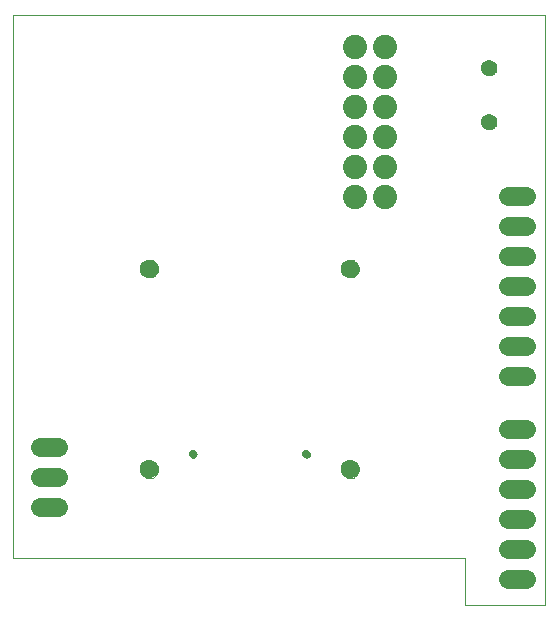
<source format=gbs>
G75*
G70*
%OFA0B0*%
%FSLAX24Y24*%
%IPPOS*%
%LPD*%
%AMOC8*
5,1,8,0,0,1.08239X$1,22.5*
%
%ADD10C,0.0010*%
%ADD11C,0.0000*%
%ADD12C,0.0631*%
%ADD13C,0.0640*%
%ADD14C,0.0808*%
%ADD15C,0.0540*%
%ADD16C,0.0276*%
D10*
X000290Y001875D02*
X000290Y019985D01*
X018006Y019985D01*
D11*
X015329Y001875D02*
X000290Y001875D01*
X004522Y004828D02*
X004524Y004862D01*
X004530Y004896D01*
X004540Y004929D01*
X004553Y004960D01*
X004571Y004990D01*
X004591Y005018D01*
X004615Y005043D01*
X004641Y005065D01*
X004669Y005083D01*
X004700Y005099D01*
X004732Y005111D01*
X004766Y005119D01*
X004800Y005123D01*
X004834Y005123D01*
X004868Y005119D01*
X004902Y005111D01*
X004934Y005099D01*
X004964Y005083D01*
X004993Y005065D01*
X005019Y005043D01*
X005043Y005018D01*
X005063Y004990D01*
X005081Y004960D01*
X005094Y004929D01*
X005104Y004896D01*
X005110Y004862D01*
X005112Y004828D01*
X005110Y004794D01*
X005104Y004760D01*
X005094Y004727D01*
X005081Y004696D01*
X005063Y004666D01*
X005043Y004638D01*
X005019Y004613D01*
X004993Y004591D01*
X004965Y004573D01*
X004934Y004557D01*
X004902Y004545D01*
X004868Y004537D01*
X004834Y004533D01*
X004800Y004533D01*
X004766Y004537D01*
X004732Y004545D01*
X004700Y004557D01*
X004669Y004573D01*
X004641Y004591D01*
X004615Y004613D01*
X004591Y004638D01*
X004571Y004666D01*
X004553Y004696D01*
X004540Y004727D01*
X004530Y004760D01*
X004524Y004794D01*
X004522Y004828D01*
X006156Y005339D02*
X006158Y005360D01*
X006164Y005380D01*
X006173Y005400D01*
X006185Y005417D01*
X006200Y005431D01*
X006218Y005443D01*
X006238Y005451D01*
X006258Y005456D01*
X006279Y005457D01*
X006300Y005454D01*
X006320Y005448D01*
X006339Y005437D01*
X006356Y005424D01*
X006369Y005408D01*
X006380Y005390D01*
X006388Y005370D01*
X006392Y005350D01*
X006392Y005328D01*
X006388Y005308D01*
X006380Y005288D01*
X006369Y005270D01*
X006356Y005254D01*
X006339Y005241D01*
X006320Y005230D01*
X006300Y005224D01*
X006279Y005221D01*
X006258Y005222D01*
X006238Y005227D01*
X006218Y005235D01*
X006200Y005247D01*
X006185Y005261D01*
X006173Y005278D01*
X006164Y005298D01*
X006158Y005318D01*
X006156Y005339D01*
X009936Y005339D02*
X009938Y005360D01*
X009944Y005380D01*
X009953Y005400D01*
X009965Y005417D01*
X009980Y005431D01*
X009998Y005443D01*
X010018Y005451D01*
X010038Y005456D01*
X010059Y005457D01*
X010080Y005454D01*
X010100Y005448D01*
X010119Y005437D01*
X010136Y005424D01*
X010149Y005408D01*
X010160Y005390D01*
X010168Y005370D01*
X010172Y005350D01*
X010172Y005328D01*
X010168Y005308D01*
X010160Y005288D01*
X010149Y005270D01*
X010136Y005254D01*
X010119Y005241D01*
X010100Y005230D01*
X010080Y005224D01*
X010059Y005221D01*
X010038Y005222D01*
X010018Y005227D01*
X009998Y005235D01*
X009980Y005247D01*
X009965Y005261D01*
X009953Y005278D01*
X009944Y005298D01*
X009938Y005318D01*
X009936Y005339D01*
X011215Y004828D02*
X011217Y004862D01*
X011223Y004896D01*
X011233Y004929D01*
X011246Y004960D01*
X011264Y004990D01*
X011284Y005018D01*
X011308Y005043D01*
X011334Y005065D01*
X011362Y005083D01*
X011393Y005099D01*
X011425Y005111D01*
X011459Y005119D01*
X011493Y005123D01*
X011527Y005123D01*
X011561Y005119D01*
X011595Y005111D01*
X011627Y005099D01*
X011657Y005083D01*
X011686Y005065D01*
X011712Y005043D01*
X011736Y005018D01*
X011756Y004990D01*
X011774Y004960D01*
X011787Y004929D01*
X011797Y004896D01*
X011803Y004862D01*
X011805Y004828D01*
X011803Y004794D01*
X011797Y004760D01*
X011787Y004727D01*
X011774Y004696D01*
X011756Y004666D01*
X011736Y004638D01*
X011712Y004613D01*
X011686Y004591D01*
X011658Y004573D01*
X011627Y004557D01*
X011595Y004545D01*
X011561Y004537D01*
X011527Y004533D01*
X011493Y004533D01*
X011459Y004537D01*
X011425Y004545D01*
X011393Y004557D01*
X011362Y004573D01*
X011334Y004591D01*
X011308Y004613D01*
X011284Y004638D01*
X011264Y004666D01*
X011246Y004696D01*
X011233Y004727D01*
X011223Y004760D01*
X011217Y004794D01*
X011215Y004828D01*
X015329Y001875D02*
X015329Y000300D01*
X018006Y000300D01*
X018006Y019985D01*
X015891Y018208D02*
X015893Y018239D01*
X015899Y018270D01*
X015909Y018300D01*
X015922Y018328D01*
X015939Y018355D01*
X015959Y018379D01*
X015982Y018401D01*
X016007Y018419D01*
X016035Y018434D01*
X016064Y018446D01*
X016094Y018454D01*
X016125Y018458D01*
X016157Y018458D01*
X016188Y018454D01*
X016218Y018446D01*
X016247Y018434D01*
X016275Y018419D01*
X016300Y018401D01*
X016323Y018379D01*
X016343Y018355D01*
X016360Y018328D01*
X016373Y018300D01*
X016383Y018270D01*
X016389Y018239D01*
X016391Y018208D01*
X016389Y018177D01*
X016383Y018146D01*
X016373Y018116D01*
X016360Y018088D01*
X016343Y018061D01*
X016323Y018037D01*
X016300Y018015D01*
X016275Y017997D01*
X016247Y017982D01*
X016218Y017970D01*
X016188Y017962D01*
X016157Y017958D01*
X016125Y017958D01*
X016094Y017962D01*
X016064Y017970D01*
X016035Y017982D01*
X016007Y017997D01*
X015982Y018015D01*
X015959Y018037D01*
X015939Y018061D01*
X015922Y018088D01*
X015909Y018116D01*
X015899Y018146D01*
X015893Y018177D01*
X015891Y018208D01*
X015891Y016408D02*
X015893Y016439D01*
X015899Y016470D01*
X015909Y016500D01*
X015922Y016528D01*
X015939Y016555D01*
X015959Y016579D01*
X015982Y016601D01*
X016007Y016619D01*
X016035Y016634D01*
X016064Y016646D01*
X016094Y016654D01*
X016125Y016658D01*
X016157Y016658D01*
X016188Y016654D01*
X016218Y016646D01*
X016247Y016634D01*
X016275Y016619D01*
X016300Y016601D01*
X016323Y016579D01*
X016343Y016555D01*
X016360Y016528D01*
X016373Y016500D01*
X016383Y016470D01*
X016389Y016439D01*
X016391Y016408D01*
X016389Y016377D01*
X016383Y016346D01*
X016373Y016316D01*
X016360Y016288D01*
X016343Y016261D01*
X016323Y016237D01*
X016300Y016215D01*
X016275Y016197D01*
X016247Y016182D01*
X016218Y016170D01*
X016188Y016162D01*
X016157Y016158D01*
X016125Y016158D01*
X016094Y016162D01*
X016064Y016170D01*
X016035Y016182D01*
X016007Y016197D01*
X015982Y016215D01*
X015959Y016237D01*
X015939Y016261D01*
X015922Y016288D01*
X015909Y016316D01*
X015899Y016346D01*
X015893Y016377D01*
X015891Y016408D01*
X011215Y011520D02*
X011217Y011554D01*
X011223Y011588D01*
X011233Y011621D01*
X011246Y011652D01*
X011264Y011682D01*
X011284Y011710D01*
X011308Y011735D01*
X011334Y011757D01*
X011362Y011775D01*
X011393Y011791D01*
X011425Y011803D01*
X011459Y011811D01*
X011493Y011815D01*
X011527Y011815D01*
X011561Y011811D01*
X011595Y011803D01*
X011627Y011791D01*
X011657Y011775D01*
X011686Y011757D01*
X011712Y011735D01*
X011736Y011710D01*
X011756Y011682D01*
X011774Y011652D01*
X011787Y011621D01*
X011797Y011588D01*
X011803Y011554D01*
X011805Y011520D01*
X011803Y011486D01*
X011797Y011452D01*
X011787Y011419D01*
X011774Y011388D01*
X011756Y011358D01*
X011736Y011330D01*
X011712Y011305D01*
X011686Y011283D01*
X011658Y011265D01*
X011627Y011249D01*
X011595Y011237D01*
X011561Y011229D01*
X011527Y011225D01*
X011493Y011225D01*
X011459Y011229D01*
X011425Y011237D01*
X011393Y011249D01*
X011362Y011265D01*
X011334Y011283D01*
X011308Y011305D01*
X011284Y011330D01*
X011264Y011358D01*
X011246Y011388D01*
X011233Y011419D01*
X011223Y011452D01*
X011217Y011486D01*
X011215Y011520D01*
X004522Y011520D02*
X004524Y011554D01*
X004530Y011588D01*
X004540Y011621D01*
X004553Y011652D01*
X004571Y011682D01*
X004591Y011710D01*
X004615Y011735D01*
X004641Y011757D01*
X004669Y011775D01*
X004700Y011791D01*
X004732Y011803D01*
X004766Y011811D01*
X004800Y011815D01*
X004834Y011815D01*
X004868Y011811D01*
X004902Y011803D01*
X004934Y011791D01*
X004964Y011775D01*
X004993Y011757D01*
X005019Y011735D01*
X005043Y011710D01*
X005063Y011682D01*
X005081Y011652D01*
X005094Y011621D01*
X005104Y011588D01*
X005110Y011554D01*
X005112Y011520D01*
X005110Y011486D01*
X005104Y011452D01*
X005094Y011419D01*
X005081Y011388D01*
X005063Y011358D01*
X005043Y011330D01*
X005019Y011305D01*
X004993Y011283D01*
X004965Y011265D01*
X004934Y011249D01*
X004902Y011237D01*
X004868Y011229D01*
X004834Y011225D01*
X004800Y011225D01*
X004766Y011229D01*
X004732Y011237D01*
X004700Y011249D01*
X004669Y011265D01*
X004641Y011283D01*
X004615Y011305D01*
X004591Y011330D01*
X004571Y011358D01*
X004553Y011388D01*
X004540Y011419D01*
X004530Y011452D01*
X004524Y011486D01*
X004522Y011520D01*
D12*
X004817Y011520D03*
X011510Y011520D03*
X011510Y004828D03*
X004817Y004828D03*
D13*
X001787Y004583D02*
X001187Y004583D01*
X001187Y005583D02*
X001787Y005583D01*
X001787Y003583D02*
X001187Y003583D01*
X016761Y003166D02*
X017361Y003166D01*
X017361Y004166D02*
X016761Y004166D01*
X016761Y005166D02*
X017361Y005166D01*
X017361Y006166D02*
X016761Y006166D01*
X016761Y007930D02*
X017361Y007930D01*
X017361Y008930D02*
X016761Y008930D01*
X016761Y009930D02*
X017361Y009930D01*
X017361Y010930D02*
X016761Y010930D01*
X016761Y011930D02*
X017361Y011930D01*
X017361Y012930D02*
X016761Y012930D01*
X016761Y013930D02*
X017361Y013930D01*
X017361Y002166D02*
X016761Y002166D01*
X016761Y001166D02*
X017361Y001166D01*
D14*
X012668Y013914D03*
X011668Y013914D03*
X011668Y014914D03*
X012668Y014914D03*
X012668Y015914D03*
X011668Y015914D03*
X011668Y016914D03*
X012668Y016914D03*
X012668Y017914D03*
X011668Y017914D03*
X011668Y018914D03*
X012668Y018914D03*
D15*
X016141Y018208D03*
X016141Y016408D03*
D16*
X010054Y005339D03*
X006274Y005339D03*
M02*

</source>
